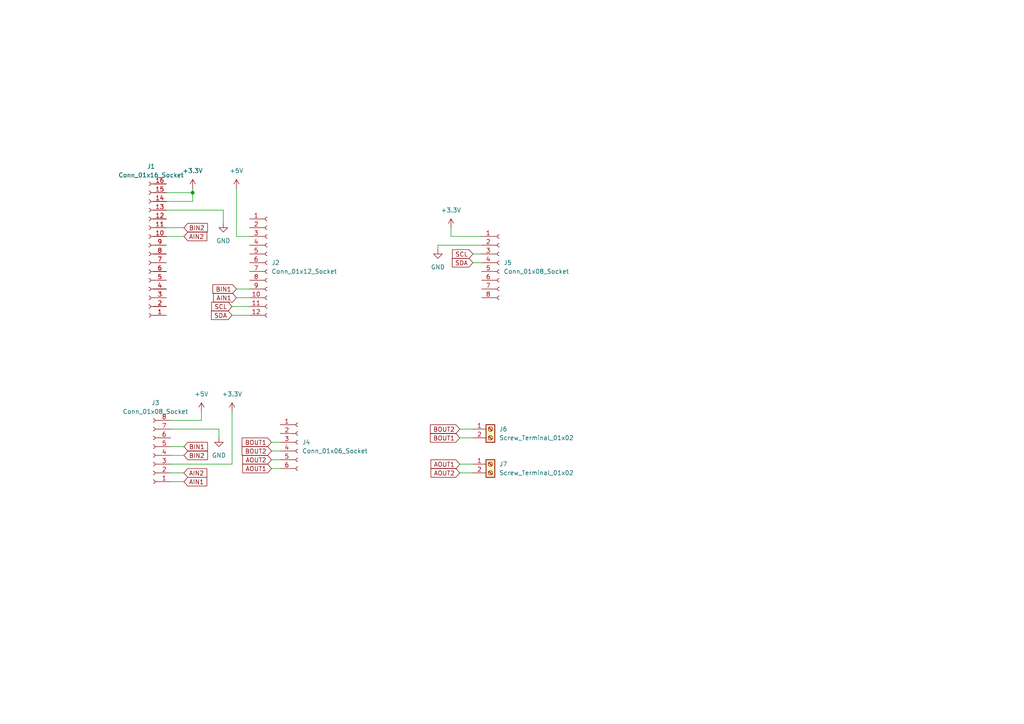
<source format=kicad_sch>
(kicad_sch (version 20231120) (generator "eeschema") (generator_version "8.0")
  (paper "A4")
  (title_block (title "Self Balancing Robot") (date "2024-06-18") (rev "A"))
  (lib_symbols
    (symbol "Connector:Conn_01x06_Socket" (pin_names (offset 1.016) hide)
      (property "Reference" "J" (at 0 7.62 0))
      (property "Value" "Conn_01x06_Socket" (at 0 -10.16 0))
      (symbol "Conn_01x06_Socket_1_1"
        (arc (start 0 -7.112) (mid -0.5058 -7.62) (end 0 -8.128) (stroke (width 0.1524)))
        (arc (start 0 -4.572) (mid -0.5058 -5.08) (end 0 -5.588) (stroke (width 0.1524)))
        (arc (start 0 -2.032) (mid -0.5058 -2.54) (end 0 -3.048) (stroke (width 0.1524)))
        (polyline (pts (xy -1.27 -7.62) (xy -0.508 -7.62)) (stroke (width 0.1524)))
        (polyline (pts (xy -1.27 -5.08) (xy -0.508 -5.08)) (stroke (width 0.1524)))
        (polyline (pts (xy -1.27 -2.54) (xy -0.508 -2.54)) (stroke (width 0.1524)))
        (polyline (pts (xy -1.27 0) (xy -0.508 0)) (stroke (width 0.1524)))
        (polyline (pts (xy -1.27 2.54) (xy -0.508 2.54)) (stroke (width 0.1524)))
        (polyline (pts (xy -1.27 5.08) (xy -0.508 5.08)) (stroke (width 0.1524)))
        (arc (start 0 0.508) (mid -0.5058 0) (end 0 -0.508) (stroke (width 0.1524)))
        (arc (start 0 3.048) (mid -0.5058 2.54) (end 0 2.032) (stroke (width 0.1524)))
        (arc (start 0 5.588) (mid -0.5058 5.08) (end 0 4.572) (stroke (width 0.1524)))
        (pin passive line (at -5.08 5.08 0) (length 3.81) (name "Pin_1") (number "1"))
        (pin passive line (at -5.08 2.54 0) (length 3.81) (name "Pin_2") (number "2"))
        (pin passive line (at -5.08 0 0) (length 3.81) (name "Pin_3") (number "3"))
        (pin passive line (at -5.08 -2.54 0) (length 3.81) (name "Pin_4") (number "4"))
        (pin passive line (at -5.08 -5.08 0) (length 3.81) (name "Pin_5") (number "5"))
        (pin passive line (at -5.08 -7.62 0) (length 3.81) (name "Pin_6") (number "6"))
      )
    )
    (symbol "Connector:Conn_01x08_Socket" (pin_names (offset 1.016) hide)
      (property "Reference" "J" (at 0 10.16 0))
      (property "Value" "Conn_01x08_Socket" (at 0 -12.7 0))
      (symbol "Conn_01x08_Socket_1_1"
        (arc (start 0 -9.652) (mid -0.5058 -10.16) (end 0 -10.668) (stroke (width 0.1524)))
        (arc (start 0 -7.112) (mid -0.5058 -7.62) (end 0 -8.128) (stroke (width 0.1524)))
        (arc (start 0 -4.572) (mid -0.5058 -5.08) (end 0 -5.588) (stroke (width 0.1524)))
        (arc (start 0 -2.032) (mid -0.5058 -2.54) (end 0 -3.048) (stroke (width 0.1524)))
        (polyline (pts (xy -1.27 -10.16) (xy -0.508 -10.16)) (stroke (width 0.1524)))
        (polyline (pts (xy -1.27 -7.62) (xy -0.508 -7.62)) (stroke (width 0.1524)))
        (polyline (pts (xy -1.27 -5.08) (xy -0.508 -5.08)) (stroke (width 0.1524)))
        (polyline (pts (xy -1.27 -2.54) (xy -0.508 -2.54)) (stroke (width 0.1524)))
        (polyline (pts (xy -1.27 0) (xy -0.508 0)) (stroke (width 0.1524)))
        (polyline (pts (xy -1.27 2.54) (xy -0.508 2.54)) (stroke (width 0.1524)))
        (polyline (pts (xy -1.27 5.08) (xy -0.508 5.08)) (stroke (width 0.1524)))
        (polyline (pts (xy -1.27 7.62) (xy -0.508 7.62)) (stroke (width 0.1524)))
        (arc (start 0 0.508) (mid -0.5058 0) (end 0 -0.508) (stroke (width 0.1524)))
        (arc (start 0 3.048) (mid -0.5058 2.54) (end 0 2.032) (stroke (width 0.1524)))
        (arc (start 0 5.588) (mid -0.5058 5.08) (end 0 4.572) (stroke (width 0.1524)))
        (arc (start 0 8.128) (mid -0.5058 7.62) (end 0 7.112) (stroke (width 0.1524)))
        (pin passive line (at -5.08 7.62 0) (length 3.81) (name "Pin_1") (number "1"))
        (pin passive line (at -5.08 5.08 0) (length 3.81) (name "Pin_2") (number "2"))
        (pin passive line (at -5.08 2.54 0) (length 3.81) (name "Pin_3") (number "3"))
        (pin passive line (at -5.08 0 0) (length 3.81) (name "Pin_4") (number "4"))
        (pin passive line (at -5.08 -2.54 0) (length 3.81) (name "Pin_5") (number "5"))
        (pin passive line (at -5.08 -5.08 0) (length 3.81) (name "Pin_6") (number "6"))
        (pin passive line (at -5.08 -7.62 0) (length 3.81) (name "Pin_7") (number "7"))
        (pin passive line (at -5.08 -10.16 0) (length 3.81) (name "Pin_8") (number "8"))
      )
    )
    (symbol "Connector:Conn_01x12_Socket" (pin_names (offset 1.016) hide)
      (property "Reference" "J" (at 0 15.24 0))
      (property "Value" "Conn_01x12_Socket" (at 0 -17.78 0))
      (symbol "Conn_01x12_Socket_1_1"
        (arc (start 0 -14.732) (mid -0.5058 -15.24) (end 0 -15.748) (stroke (width 0.1524)))
        (arc (start 0 -12.192) (mid -0.5058 -12.7) (end 0 -13.208) (stroke (width 0.1524)))
        (arc (start 0 -9.652) (mid -0.5058 -10.16) (end 0 -10.668) (stroke (width 0.1524)))
        (arc (start 0 -7.112) (mid -0.5058 -7.62) (end 0 -8.128) (stroke (width 0.1524)))
        (arc (start 0 -4.572) (mid -0.5058 -5.08) (end 0 -5.588) (stroke (width 0.1524)))
        (arc (start 0 -2.032) (mid -0.5058 -2.54) (end 0 -3.048) (stroke (width 0.1524)))
        (polyline (pts (xy -1.27 -15.24) (xy -0.508 -15.24)) (stroke (width 0.1524)))
        (polyline (pts (xy -1.27 -12.7) (xy -0.508 -12.7)) (stroke (width 0.1524)))
        (polyline (pts (xy -1.27 -10.16) (xy -0.508 -10.16)) (stroke (width 0.1524)))
        (polyline (pts (xy -1.27 -7.62) (xy -0.508 -7.62)) (stroke (width 0.1524)))
        (polyline (pts (xy -1.27 -5.08) (xy -0.508 -5.08)) (stroke (width 0.1524)))
        (polyline (pts (xy -1.27 -2.54) (xy -0.508 -2.54)) (stroke (width 0.1524)))
        (polyline (pts (xy -1.27 0) (xy -0.508 0)) (stroke (width 0.1524)))
        (polyline (pts (xy -1.27 2.54) (xy -0.508 2.54)) (stroke (width 0.1524)))
        (polyline (pts (xy -1.27 5.08) (xy -0.508 5.08)) (stroke (width 0.1524)))
        (polyline (pts (xy -1.27 7.62) (xy -0.508 7.62)) (stroke (width 0.1524)))
        (polyline (pts (xy -1.27 10.16) (xy -0.508 10.16)) (stroke (width 0.1524)))
        (polyline (pts (xy -1.27 12.7) (xy -0.508 12.7)) (stroke (width 0.1524)))
        (arc (start 0 0.508) (mid -0.5058 0) (end 0 -0.508) (stroke (width 0.1524)))
        (arc (start 0 3.048) (mid -0.5058 2.54) (end 0 2.032) (stroke (width 0.1524)))
        (arc (start 0 5.588) (mid -0.5058 5.08) (end 0 4.572) (stroke (width 0.1524)))
        (arc (start 0 8.128) (mid -0.5058 7.62) (end 0 7.112) (stroke (width 0.1524)))
        (arc (start 0 10.668) (mid -0.5058 10.16) (end 0 9.652) (stroke (width 0.1524)))
        (arc (start 0 13.208) (mid -0.5058 12.7) (end 0 12.192) (stroke (width 0.1524)))
        (pin passive line (at -5.08 12.7 0) (length 3.81) (name "Pin_1") (number "1"))
        (pin passive line (at -5.08 -10.16 0) (length 3.81) (name "Pin_10") (number "10"))
        (pin passive line (at -5.08 -12.7 0) (length 3.81) (name "Pin_11") (number "11"))
        (pin passive line (at -5.08 -15.24 0) (length 3.81) (name "Pin_12") (number "12"))
        (pin passive line (at -5.08 10.16 0) (length 3.81) (name "Pin_2") (number "2"))
        (pin passive line (at -5.08 7.62 0) (length 3.81) (name "Pin_3") (number "3"))
        (pin passive line (at -5.08 5.08 0) (length 3.81) (name "Pin_4") (number "4"))
        (pin passive line (at -5.08 2.54 0) (length 3.81) (name "Pin_5") (number "5"))
        (pin passive line (at -5.08 0 0) (length 3.81) (name "Pin_6") (number "6"))
        (pin passive line (at -5.08 -2.54 0) (length 3.81) (name "Pin_7") (number "7"))
        (pin passive line (at -5.08 -5.08 0) (length 3.81) (name "Pin_8") (number "8"))
        (pin passive line (at -5.08 -7.62 0) (length 3.81) (name "Pin_9") (number "9"))
      )
    )
    (symbol "Connector:Conn_01x16_Socket" (pin_names (offset 1.016) hide)
      (property "Reference" "J" (at 0 20.32 0))
      (property "Value" "Conn_01x16_Socket" (at 0 -22.86 0))
      (symbol "Conn_01x16_Socket_1_1"
        (arc (start 0 -19.812) (mid -0.5058 -20.32) (end 0 -20.828) (stroke (width 0.1524)))
        (arc (start 0 -17.272) (mid -0.5058 -17.78) (end 0 -18.288) (stroke (width 0.1524)))
        (arc (start 0 -14.732) (mid -0.5058 -15.24) (end 0 -15.748) (stroke (width 0.1524)))
        (arc (start 0 -12.192) (mid -0.5058 -12.7) (end 0 -13.208) (stroke (width 0.1524)))
        (arc (start 0 -9.652) (mid -0.5058 -10.16) (end 0 -10.668) (stroke (width 0.1524)))
        (arc (start 0 -7.112) (mid -0.5058 -7.62) (end 0 -8.128) (stroke (width 0.1524)))
        (arc (start 0 -4.572) (mid -0.5058 -5.08) (end 0 -5.588) (stroke (width 0.1524)))
        (arc (start 0 -2.032) (mid -0.5058 -2.54) (end 0 -3.048) (stroke (width 0.1524)))
        (polyline (pts (xy -1.27 -20.32) (xy -0.508 -20.32)) (stroke (width 0.1524)))
        (polyline (pts (xy -1.27 -17.78) (xy -0.508 -17.78)) (stroke (width 0.1524)))
        (polyline (pts (xy -1.27 -15.24) (xy -0.508 -15.24)) (stroke (width 0.1524)))
        (polyline (pts (xy -1.27 -12.7) (xy -0.508 -12.7)) (stroke (width 0.1524)))
        (polyline (pts (xy -1.27 -10.16) (xy -0.508 -10.16)) (stroke (width 0.1524)))
        (polyline (pts (xy -1.27 -7.62) (xy -0.508 -7.62)) (stroke (width 0.1524)))
        (polyline (pts (xy -1.27 -5.08) (xy -0.508 -5.08)) (stroke (width 0.1524)))
        (polyline (pts (xy -1.27 -2.54) (xy -0.508 -2.54)) (stroke (width 0.1524)))
        (polyline (pts (xy -1.27 0) (xy -0.508 0)) (stroke (width 0.1524)))
        (polyline (pts (xy -1.27 2.54) (xy -0.508 2.54)) (stroke (width 0.1524)))
        (polyline (pts (xy -1.27 5.08) (xy -0.508 5.08)) (stroke (width 0.1524)))
        (polyline (pts (xy -1.27 7.62) (xy -0.508 7.62)) (stroke (width 0.1524)))
        (polyline (pts (xy -1.27 10.16) (xy -0.508 10.16)) (stroke (width 0.1524)))
        (polyline (pts (xy -1.27 12.7) (xy -0.508 12.7)) (stroke (width 0.1524)))
        (polyline (pts (xy -1.27 15.24) (xy -0.508 15.24)) (stroke (width 0.1524)))
        (polyline (pts (xy -1.27 17.78) (xy -0.508 17.78)) (stroke (width 0.1524)))
        (arc (start 0 0.508) (mid -0.5058 0) (end 0 -0.508) (stroke (width 0.1524)))
        (arc (start 0 3.048) (mid -0.5058 2.54) (end 0 2.032) (stroke (width 0.1524)))
        (arc (start 0 5.588) (mid -0.5058 5.08) (end 0 4.572) (stroke (width 0.1524)))
        (arc (start 0 8.128) (mid -0.5058 7.62) (end 0 7.112) (stroke (width 0.1524)))
        (arc (start 0 10.668) (mid -0.5058 10.16) (end 0 9.652) (stroke (width 0.1524)))
        (arc (start 0 13.208) (mid -0.5058 12.7) (end 0 12.192) (stroke (width 0.1524)))
        (arc (start 0 15.748) (mid -0.5058 15.24) (end 0 14.732) (stroke (width 0.1524)))
        (arc (start 0 18.288) (mid -0.5058 17.78) (end 0 17.272) (stroke (width 0.1524)))
        (pin passive line (at -5.08 17.78 0) (length 3.81) (name "Pin_1") (number "1"))
        (pin passive line (at -5.08 -5.08 0) (length 3.81) (name "Pin_10") (number "10"))
        (pin passive line (at -5.08 -7.62 0) (length 3.81) (name "Pin_11") (number "11"))
        (pin passive line (at -5.08 -10.16 0) (length 3.81) (name "Pin_12") (number "12"))
        (pin passive line (at -5.08 -12.7 0) (length 3.81) (name "Pin_13") (number "13"))
        (pin passive line (at -5.08 -15.24 0) (length 3.81) (name "Pin_14") (number "14"))
        (pin passive line (at -5.08 -17.78 0) (length 3.81) (name "Pin_15") (number "15"))
        (pin passive line (at -5.08 -20.32 0) (length 3.81) (name "Pin_16") (number "16"))
        (pin passive line (at -5.08 15.24 0) (length 3.81) (name "Pin_2") (number "2"))
        (pin passive line (at -5.08 12.7 0) (length 3.81) (name "Pin_3") (number "3"))
        (pin passive line (at -5.08 10.16 0) (length 3.81) (name "Pin_4") (number "4"))
        (pin passive line (at -5.08 7.62 0) (length 3.81) (name "Pin_5") (number "5"))
        (pin passive line (at -5.08 5.08 0) (length 3.81) (name "Pin_6") (number "6"))
        (pin passive line (at -5.08 2.54 0) (length 3.81) (name "Pin_7") (number "7"))
        (pin passive line (at -5.08 0 0) (length 3.81) (name "Pin_8") (number "8"))
        (pin passive line (at -5.08 -2.54 0) (length 3.81) (name "Pin_9") (number "9"))
      )
    )
    (symbol "Connector:Screw_Terminal_01x02" (pin_names (offset 1.016) hide)
      (property "Reference" "J" (at 0 2.54 0))
      (property "Value" "Screw_Terminal_01x02" (at 0 -5.08 0))
      (symbol "Screw_Terminal_01x02_1_1"
        (rectangle (start -1.27 1.27) (end 1.27 -3.81) (stroke (width 0.254)) (fill (type background)))
        (circle (center 0 -2.54) (radius 0.635) (stroke (width 0.1524)))
        (polyline (pts (xy -0.5334 -2.2098) (xy 0.3302 -3.048)) (stroke (width 0.1524)))
        (polyline (pts (xy -0.5334 0.3302) (xy 0.3302 -0.508)) (stroke (width 0.1524)))
        (polyline (pts (xy -0.3556 -2.032) (xy 0.508 -2.8702)) (stroke (width 0.1524)))
        (polyline (pts (xy -0.3556 0.508) (xy 0.508 -0.3302)) (stroke (width 0.1524)))
        (circle (center 0 0) (radius 0.635) (stroke (width 0.1524)))
        (pin passive line (at -5.08 0 0) (length 3.81) (name "Pin_1") (number "1"))
        (pin passive line (at -5.08 -2.54 0) (length 3.81) (name "Pin_2") (number "2"))
      )
    )
    (symbol "power:+3.3V" (power) (pin_numbers hide) (pin_names (offset 0) hide)
      (property "Value" "+3.3V" (at 0 3.556 0))
      (symbol "+3.3V_0_1"
        (polyline (pts (xy -0.762 1.27) (xy 0 2.54)))
        (polyline (pts (xy 0 0) (xy 0 2.54)))
        (polyline (pts (xy 0 2.54) (xy 0.762 1.27)))
      )
      (symbol "+3.3V_1_1"
        (pin power_in line (at 0 0 90) (length 0) (name "~") (number "1"))
      )
    )
    (symbol "power:+5V" (power) (pin_numbers hide) (pin_names (offset 0) hide)
      (property "Value" "+5V" (at 0 3.556 0))
      (symbol "+5V_0_1"
        (polyline (pts (xy -0.762 1.27) (xy 0 2.54)))
        (polyline (pts (xy 0 0) (xy 0 2.54)))
        (polyline (pts (xy 0 2.54) (xy 0.762 1.27)))
      )
      (symbol "+5V_1_1"
        (pin power_in line (at 0 0 90) (length 0) (name "~") (number "1"))
      )
    )
    (symbol "power:GND" (power) (pin_numbers hide) (pin_names (offset 0) hide)
      (property "Value" "GND" (at 0 -3.81 0))
      (symbol "GND_0_1"
        (polyline (pts (xy 0 0) (xy 0 -1.27) (xy 1.27 -1.27) (xy 0 -2.54) (xy -1.27 -1.27) (xy 0 -1.27)))
      )
      (symbol "GND_1_1"
        (pin power_in line (at 0 0 270) (length 0) (name "~") (number "1"))
      )
    )
  )
  (junction (at 55.88 55.88))
  (wire (pts (xy 68.58 68.58) (xy 72.39 68.58)))
  (wire (pts (xy 78.74 130.81) (xy 81.28 130.81)))
  (wire (pts (xy 67.31 119.38) (xy 67.31 134.62)))
  (wire (pts (xy 49.53 124.46) (xy 63.5 124.46)))
  (wire (pts (xy 49.53 137.16) (xy 53.34 137.16)))
  (wire (pts (xy 64.77 60.96) (xy 48.26 60.96)))
  (wire (pts (xy 55.88 58.42) (xy 55.88 55.88)))
  (wire (pts (xy 78.74 133.35) (xy 81.28 133.35)))
  (wire (pts (xy 137.16 76.2) (xy 139.7 76.2)))
  (wire (pts (xy 133.35 137.16) (xy 137.16 137.16)))
  (wire (pts (xy 68.58 54.61) (xy 68.58 68.58)))
  (wire (pts (xy 48.26 66.04) (xy 53.34 66.04)))
  (wire (pts (xy 67.31 91.44) (xy 72.39 91.44)))
  (wire (pts (xy 137.16 73.66) (xy 139.7 73.66)))
  (wire (pts (xy 48.26 58.42) (xy 55.88 58.42)))
  (wire (pts (xy 139.7 68.58) (xy 130.81 68.58)))
  (wire (pts (xy 78.74 135.89) (xy 81.28 135.89)))
  (wire (pts (xy 64.77 64.77) (xy 64.77 60.96)))
  (wire (pts (xy 55.88 54.61) (xy 55.88 55.88)))
  (wire (pts (xy 55.88 55.88) (xy 48.26 55.88)))
  (wire (pts (xy 49.53 129.54) (xy 53.34 129.54)))
  (wire (pts (xy 68.58 83.82) (xy 72.39 83.82)))
  (wire (pts (xy 133.35 127) (xy 137.16 127)))
  (wire (pts (xy 48.26 68.58) (xy 53.34 68.58)))
  (wire (pts (xy 130.81 68.58) (xy 130.81 66.04)))
  (wire (pts (xy 49.53 139.7) (xy 53.34 139.7)))
  (wire (pts (xy 139.7 71.12) (xy 127 71.12)))
  (wire (pts (xy 133.35 124.46) (xy 137.16 124.46)))
  (wire (pts (xy 68.58 86.36) (xy 72.39 86.36)))
  (wire (pts (xy 63.5 124.46) (xy 63.5 127)))
  (wire (pts (xy 67.31 134.62) (xy 49.53 134.62)))
  (wire (pts (xy 58.42 121.92) (xy 58.42 119.38)))
  (wire (pts (xy 67.31 88.9) (xy 72.39 88.9)))
  (wire (pts (xy 133.35 134.62) (xy 137.16 134.62)))
  (wire (pts (xy 127 71.12) (xy 127 72.39)))
  (wire (pts (xy 49.53 121.92) (xy 58.42 121.92)))
  (wire (pts (xy 78.74 128.27) (xy 81.28 128.27)))
  (wire (pts (xy 49.53 132.08) (xy 53.34 132.08)))
  (global_label "BOUT1" (shape input) (at 78.74 128.27 180) (property "Intersheetrefs" "${INTERSHEET_REFS}" (effects (hide yes))))
  (global_label "BOUT2" (shape input) (at 133.35 124.46 180) (property "Intersheetrefs" "${INTERSHEET_REFS}" (effects (hide yes))))
  (global_label "AOUT1" (shape input) (at 133.35 134.62 180) (property "Intersheetrefs" "${INTERSHEET_REFS}" (effects (hide yes))))
  (global_label "BIN1" (shape input) (at 68.58 83.82 180) (property "Intersheetrefs" "${INTERSHEET_REFS}" (effects (hide yes))))
  (global_label "SCL" (shape input) (at 137.16 73.66 180) (property "Intersheetrefs" "${INTERSHEET_REFS}" (effects (hide yes))))
  (global_label "BIN2" (shape input) (at 53.34 132.08 0) (property "Intersheetrefs" "${INTERSHEET_REFS}" (effects (hide yes))))
  (global_label "AIN2" (shape input) (at 53.34 68.58 0) (property "Intersheetrefs" "${INTERSHEET_REFS}" (effects (hide yes))))
  (global_label "AOUT2" (shape input) (at 133.35 137.16 180) (property "Intersheetrefs" "${INTERSHEET_REFS}" (effects (hide yes))))
  (global_label "AIN2" (shape input) (at 53.34 137.16 0) (property "Intersheetrefs" "${INTERSHEET_REFS}" (effects (hide yes))))
  (global_label "AOUT1" (shape input) (at 78.74 135.89 180) (property "Intersheetrefs" "${INTERSHEET_REFS}" (effects (hide yes))))
  (global_label "BOUT1" (shape input) (at 133.35 127 180) (property "Intersheetrefs" "${INTERSHEET_REFS}" (effects (hide yes))))
  (global_label "SDA" (shape input) (at 137.16 76.2 180) (property "Intersheetrefs" "${INTERSHEET_REFS}" (effects (hide yes))))
  (global_label "BOUT2" (shape input) (at 78.74 130.81 180) (property "Intersheetrefs" "${INTERSHEET_REFS}" (effects (hide yes))))
  (global_label "AIN1" (shape input) (at 53.34 139.7 0) (property "Intersheetrefs" "${INTERSHEET_REFS}" (effects (hide yes))))
  (global_label "BIN2" (shape input) (at 53.34 66.04 0) (property "Intersheetrefs" "${INTERSHEET_REFS}" (effects (hide yes))))
  (global_label "AOUT2" (shape input) (at 78.74 133.35 180) (property "Intersheetrefs" "${INTERSHEET_REFS}" (effects (hide yes))))
  (global_label "SDA" (shape input) (at 67.31 91.44 180) (property "Intersheetrefs" "${INTERSHEET_REFS}" (effects (hide yes))))
  (global_label "AIN1" (shape input) (at 68.58 86.36 180) (property "Intersheetrefs" "${INTERSHEET_REFS}" (effects (hide yes))))
  (global_label "SCL" (shape input) (at 67.31 88.9 180) (property "Intersheetrefs" "${INTERSHEET_REFS}" (effects (hide yes))))
  (global_label "BIN1" (shape input) (at 53.34 129.54 0) (property "Intersheetrefs" "${INTERSHEET_REFS}" (effects (hide yes))))
  (symbol (lib_id "power:GND") (at 63.5 127 0) (unit 1)
    (property "Reference" "#PWR029" (effects (hide yes)))
    (property "Value" "GND" (at 63.5 132.08 0))
    (property "Description" "Power symbol creates a global label with name \"GND\" , ground" (effects (hide yes)))
  )
  (symbol (lib_id "Connector:Screw_Terminal_01x02") (at 142.24 124.46 0) (unit 1)
    (property "Reference" "J6" (at 144.78 124.4599 0) (effects (justify left)))
    (property "Value" "Screw_Terminal_01x02" (at 144.78 126.9999 0) (effects (justify left)))
    (property "Footprint" "Connector_PinHeader_2.54mm:PinHeader_1x02_P2.54mm_Vertical" (effects (hide yes)))
    (property "Description" "Generic screw terminal, single row, 01x02, script generated (kicad-library-utils/schlib/autogen/connector/)" (effects (hide yes)))
  )
  (symbol (lib_id "Connector:Conn_01x08_Socket") (at 44.45 132.08 180) (unit 1)
    (property "Reference" "J3" (at 45.085 116.84 0))
    (property "Value" "Conn_01x08_Socket" (at 45.085 119.38 0))
    (property "Footprint" "Connector_PinHeader_2.54mm:PinHeader_1x08_P2.54mm_Vertical" (effects (hide yes)))
    (property "Description" "Generic connector, single row, 01x08, script generated" (effects (hide yes)))
  )
  (symbol (lib_id "power:+5V") (at 58.42 119.38 0) (unit 1)
    (property "Reference" "#PWR028" (effects (hide yes)))
    (property "Value" "+5V" (at 58.42 114.3 0))
    (property "Description" "Power symbol creates a global label with name \"+5V\"" (effects (hide yes)))
  )
  (symbol (lib_id "Connector:Screw_Terminal_01x02") (at 142.24 134.62 0) (unit 1)
    (property "Reference" "J7" (at 144.78 134.6199 0) (effects (justify left)))
    (property "Value" "Screw_Terminal_01x02" (at 144.78 137.1599 0) (effects (justify left)))
    (property "Footprint" "Connector_PinHeader_2.54mm:PinHeader_1x02_P2.54mm_Vertical" (effects (hide yes)))
    (property "Description" "Generic screw terminal, single row, 01x02, script generated (kicad-library-utils/schlib/autogen/connector/)" (effects (hide yes)))
  )
  (symbol (lib_id "power:+3.3V") (at 67.31 119.38 0) (unit 1)
    (property "Reference" "#PWR01" (effects (hide yes)))
    (property "Value" "+3.3V" (at 67.31 114.3 0))
    (property "Description" "Power symbol creates a global label with name \"+3.3V\"" (effects (hide yes)))
  )
  (symbol (lib_id "power:+3.3V") (at 130.81 66.04 0) (unit 1)
    (property "Reference" "#PWR024" (effects (hide yes)))
    (property "Value" "+3.3V" (at 130.81 60.96 0))
    (property "Description" "Power symbol creates a global label with name \"+3.3V\"" (effects (hide yes)))
  )
  (symbol (lib_id "Connector:Conn_01x12_Socket") (at 77.47 76.2 0) (unit 1)
    (property "Reference" "J2" (at 78.74 76.1999 0) (effects (justify left)))
    (property "Value" "Conn_01x12_Socket" (at 78.74 78.7399 0) (effects (justify left)))
    (property "Footprint" "Connector_PinHeader_2.54mm:PinHeader_1x12_P2.54mm_Vertical" (effects (hide yes)))
    (property "Description" "Generic connector, single row, 01x12, script generated" (effects (hide yes)))
  )
  (symbol (lib_id "power:GND") (at 127 72.39 0) (unit 1)
    (property "Reference" "#PWR026" (effects (hide yes)))
    (property "Value" "GND" (at 127 77.47 0))
    (property "Description" "Power symbol creates a global label with name \"GND\" , ground" (effects (hide yes)))
  )
  (symbol (lib_id "Connector:Conn_01x16_Socket") (at 43.18 73.66 180) (unit 1)
    (property "Reference" "J1" (at 43.815 48.26 0))
    (property "Value" "Conn_01x16_Socket" (at 43.815 50.8 0))
    (property "Footprint" "Connector_PinHeader_2.54mm:PinHeader_1x16_P2.54mm_Vertical" (effects (hide yes)))
    (property "Description" "Generic connector, single row, 01x16, script generated" (effects (hide yes)))
  )
  (symbol (lib_id "Connector:Conn_01x06_Socket") (at 86.36 128.27 0) (unit 1)
    (property "Reference" "J4" (at 87.63 128.2699 0) (effects (justify left)))
    (property "Value" "Conn_01x06_Socket" (at 87.63 130.8099 0) (effects (justify left)))
    (property "Footprint" "Connector_PinHeader_2.54mm:PinHeader_1x06_P2.54mm_Vertical" (effects (hide yes)))
    (property "Description" "Generic connector, single row, 01x06, script generated" (effects (hide yes)))
  )
  (symbol (lib_id "power:GND") (at 64.77 64.77 0) (unit 1)
    (property "Reference" "#PWR025" (effects (hide yes)))
    (property "Value" "GND" (at 64.77 69.85 0))
    (property "Description" "Power symbol creates a global label with name \"GND\" , ground" (effects (hide yes)))
  )
  (symbol (lib_id "power:+3.3V") (at 55.88 54.61 0) (unit 1)
    (property "Reference" "#PWR023" (effects (hide yes)))
    (property "Value" "+3.3V" (at 55.88 49.53 0))
    (property "Description" "Power symbol creates a global label with name \"+3.3V\"" (effects (hide yes)))
  )
  (symbol (lib_id "Connector:Conn_01x08_Socket") (at 144.78 76.2 0) (unit 1)
    (property "Reference" "J5" (at 146.05 76.1999 0) (effects (justify left)))
    (property "Value" "Conn_01x08_Socket" (at 146.05 78.7399 0) (effects (justify left)))
    (property "Footprint" "Connector_PinHeader_2.54mm:PinHeader_1x08_P2.54mm_Vertical" (effects (hide yes)))
    (property "Description" "Generic connector, single row, 01x08, script generated" (effects (hide yes)))
  )
  (symbol (lib_id "power:+5V") (at 68.58 54.61 0) (unit 1)
    (property "Reference" "#PWR027" (effects (hide yes)))
    (property "Value" "+5V" (at 68.58 49.53 0))
    (property "Description" "Power symbol creates a global label with name \"+5V\"" (effects (hide yes)))
  )
)
</source>
